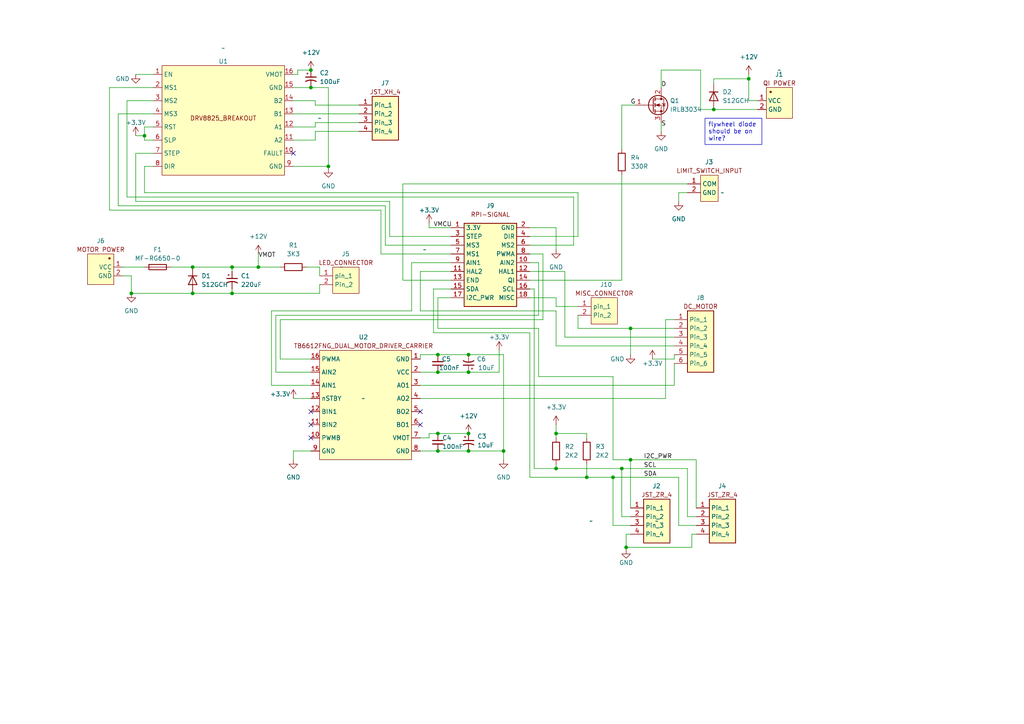
<source format=kicad_sch>
(kicad_sch (version 20230121) (generator eeschema)
  (paper "A4")
  (lib_symbols
    (symbol "1_Bachelors_Symbols:DRV8825_Stepper_Motor_Driver_Carrier"
      (property "Reference" "U" (at 0 17.78 0))
      (symbol "DRV8825_Stepper_Motor_Driver_Carrier_1_1"
        (rectangle (start -17.78 15.24) (end 17.78 -16.51) (fill (type background)))
        (text "DRV8825_BREAKOUT" (at 0 0 0) (effects (font (size 1.27 1.27))))
        (pin input line (at -20.32 12.7 0) (length 2.54) (name "EN") (number "1"))
        (pin input line (at 20.32 -10.16 180) (length 2.54) (name "FAULT") (number "10"))
        (pin input line (at 20.32 -6.35 180) (length 2.54) (name "A2") (number "11"))
        (pin input line (at 20.32 -2.54 180) (length 2.54) (name "A1") (number "12"))
        (pin input line (at 20.32 1.27 180) (length 2.54) (name "B1") (number "13"))
        (pin input line (at 20.32 5.08 180) (length 2.54) (name "B2") (number "14"))
        (pin power_in line (at 20.32 8.89 180) (length 2.54) (name "GND") (number "15"))
        (pin input line (at 20.32 12.7 180) (length 2.54) (name "VMOT") (number "16"))
        (pin input line (at -20.32 8.89 0) (length 2.54) (name "MS1") (number "2"))
        (pin input line (at -20.32 5.08 0) (length 2.54) (name "MS2") (number "3"))
        (pin input line (at -20.32 1.27 0) (length 2.54) (name "MS3") (number "4"))
        (pin input line (at -20.32 -2.54 0) (length 2.54) (name "RST") (number "5"))
        (pin input line (at -20.32 -6.35 0) (length 2.54) (name "SLP") (number "6"))
        (pin input line (at -20.32 -10.16 0) (length 2.54) (name "STEP") (number "7"))
        (pin input line (at -20.32 -13.97 0) (length 2.54) (name "DIR") (number "8"))
        (pin power_in line (at 20.32 -13.97 180) (length 2.54) (name "GND") (number "9"))
      )
    )
    (symbol "1_Bachelors_Symbols:JL129-50002G01"
      (property "Reference" "JP" (at 0 8.89 0))
      (symbol "JL129-50002G01_1_1"
        (rectangle (start -3.81 5.08) (end 3.81 -3.81) (fill (type background)))
        (circle (center 2.54 3.81) (radius 0.254) (fill (type outline)))
        (text "MOTOR POWER\n" (at 0 6.35 0) (effects (font (size 1.27 1.27))))
        (pin power_in line (at 6.35 1.27 180) (length 2.54) (name "VCC") (number "1"))
        (pin power_in line (at 6.35 -1.27 180) (length 2.54) (name "GND") (number "2"))
      )
    )
    (symbol "1_Bachelors_Symbols:JP5"
      (property "Reference" "J" (at 0 12.7 0))
      (symbol "JP5_1_1"
        (rectangle (start -3.81 8.89) (end 3.81 -8.89) (stroke (width 0.254)) (fill (type background)))
        (text "DC_MOTOR" (at 0 10.16 0) (effects (font (size 1.27 1.27))))
        (pin passive line (at -7.62 6.35 0) (length 3.81) (name "Pin_1") (number "1"))
        (pin passive line (at -7.62 3.81 0) (length 3.81) (name "Pin_2") (number "2"))
        (pin passive line (at -7.62 1.27 0) (length 3.81) (name "Pin_3") (number "3"))
        (pin passive line (at -7.62 -1.27 0) (length 3.81) (name "Pin_4") (number "4"))
        (pin passive line (at -7.62 -3.81 0) (length 3.81) (name "Pin_5") (number "5"))
        (pin passive line (at -7.62 -6.35 0) (length 3.81) (name "Pin_6") (number "6"))
      )
    )
    (symbol "1_Bachelors_Symbols:JST_VH_4"
      (property "Reference" "J" (at 0 10.16 0))
      (symbol "JST_VH_4_1_1"
        (rectangle (start -3.81 6.35) (end 3.81 -6.35) (stroke (width 0.254)) (fill (type background)))
        (text "JST_ZR_4\n" (at 0 7.62 0) (effects (font (size 1.27 1.27))))
        (pin passive line (at -7.62 3.81 0) (length 3.81) (name "Pin_1") (number "1"))
        (pin passive line (at -7.62 1.27 0) (length 3.81) (name "Pin_2") (number "2"))
        (pin passive line (at -7.62 -1.27 0) (length 3.81) (name "Pin_3") (number "3"))
        (pin passive line (at -7.62 -3.81 0) (length 3.81) (name "Pin_4") (number "4"))
      )
    )
    (symbol "1_Bachelors_Symbols:JST_XH_4"
      (property "Reference" "J" (at 0 10.16 0))
      (symbol "JST_XH_4_1_1"
        (rectangle (start -3.81 6.35) (end 3.81 -6.35) (stroke (width 0.254)) (fill (type background)))
        (text "JST_XH_4\n" (at 0 7.62 0) (effects (font (size 1.27 1.27))))
        (pin passive line (at -7.62 3.81 0) (length 3.81) (name "Pin_1") (number "1"))
        (pin passive line (at -7.62 1.27 0) (length 3.81) (name "Pin_2") (number "2"))
        (pin passive line (at -7.62 -1.27 0) (length 3.81) (name "Pin_3") (number "3"))
        (pin passive line (at -7.62 -3.81 0) (length 3.81) (name "Pin_4") (number "4"))
      )
    )
    (symbol "1_Bachelors_Symbols:Limit_switch_input"
      (property "Reference" "J" (at 0 7.62 0))
      (symbol "Limit_switch_input_1_1"
        (rectangle (start -2.54 3.81) (end 2.54 -3.81) (fill (type background)))
        (text "LIMIT_SWITCH_INPUT" (at 0 5.08 0) (effects (font (size 1.27 1.27))))
        (pin input line (at -6.35 1.27 0) (length 3.81) (name "COM") (number "1"))
        (pin power_in line (at -6.35 -1.27 0) (length 3.81) (name "GND") (number "2"))
      )
    )
    (symbol "1_Bachelors_Symbols:PH{colon}2.54MM 2*6P"
      (property "Reference" "J" (at 0 12.7 0))
      (symbol "PH{colon}2.54MM 2*6P_1_1"
        (rectangle (start -7.62 7.62) (end 7.62 -16.51) (stroke (width 0.254)) (fill (type background)))
        (text "RPI-SIGNAL" (at 0 10.16 0) (effects (font (size 1.27 1.27))))
        (pin power_in line (at -11.43 6.35 0) (length 3.81) (name "3.3V") (number "1"))
        (pin passive line (at 11.43 -3.81 180) (length 3.81) (name "AIN2") (number "10"))
        (pin passive line (at -11.43 -6.35 0) (length 3.81) (name "HAL2") (number "11"))
        (pin passive line (at 11.43 -6.35 180) (length 3.81) (name "HAL1") (number "12"))
        (pin passive line (at -11.43 -8.89 0) (length 3.81) (name "END") (number "13"))
        (pin passive line (at 11.43 -8.89 180) (length 3.81) (name "QI") (number "14"))
        (pin passive line (at -11.43 -11.43 0) (length 3.81) (name "SDA") (number "15"))
        (pin passive line (at 11.43 -11.43 180) (length 3.81) (name "SCL") (number "16"))
        (pin passive line (at -11.43 -13.97 0) (length 3.81) (name "I2C_PWR") (number "17"))
        (pin passive line (at 11.43 -13.97 180) (length 3.81) (name "MISC") (number "18"))
        (pin power_in line (at 11.43 6.35 180) (length 3.81) (name "GND") (number "2"))
        (pin passive line (at -11.43 3.81 0) (length 3.81) (name "STEP") (number "3"))
        (pin passive line (at 11.43 3.81 180) (length 3.81) (name "DIR") (number "4"))
        (pin passive line (at -11.43 1.27 0) (length 3.81) (name "MS3") (number "5"))
        (pin passive line (at 11.43 1.27 180) (length 3.81) (name "MS2") (number "6"))
        (pin passive line (at -11.43 -1.27 0) (length 3.81) (name "MS1") (number "7"))
        (pin passive line (at 11.43 -1.27 180) (length 3.81) (name "PWMA") (number "8"))
        (pin passive line (at -11.43 -3.81 0) (length 3.81) (name "AIN1") (number "9"))
      )
    )
    (symbol "1_Bachelors_Symbols:QI-POWER"
      (property "Reference" "J" (at 0 8.89 0))
      (symbol "QI-POWER_1_1"
        (rectangle (start -3.81 3.81) (end 3.81 -5.08) (fill (type background)))
        (circle (center 2.54 2.54) (radius 0.254) (fill (type outline)))
        (text "QI POWER\n" (at 0 5.08 0) (effects (font (size 1.27 1.27))))
        (pin power_in line (at 6.35 0 180) (length 2.54) (name "VCC") (number "1"))
        (pin power_in line (at 6.35 -2.54 180) (length 2.54) (name "GND") (number "2"))
      )
    )
    (symbol "1_Bachelors_Symbols:TB6612FNG_DUAL_MOTOR_DRIVER_CARRIER"
      (property "Reference" "U" (at 0 19.05 0))
      (symbol "TB6612FNG_DUAL_MOTOR_DRIVER_CARRIER_1_1"
        (rectangle (start -12.7 15.24) (end 13.97 -16.51) (fill (type background)))
        (text "TB6612FNG_DUAL_MOTOR_DRIVER_CARRIER" (at 0 16.51 0) (effects (font (size 1.27 1.27))))
        (pin power_in line (at 16.51 12.7 180) (length 2.54) (name "GND") (number "1"))
        (pin input line (at -15.24 -10.16 0) (length 2.54) (name "PWMB") (number "10"))
        (pin input line (at -15.24 -6.35 0) (length 2.54) (name "BIN2") (number "11"))
        (pin input line (at -15.24 -2.54 0) (length 2.54) (name "BIN1") (number "12"))
        (pin input line (at -15.24 1.27 0) (length 2.54) (name "nSTBY") (number "13"))
        (pin input line (at -15.24 5.08 0) (length 2.54) (name "AIN1") (number "14"))
        (pin input line (at -15.24 8.89 0) (length 2.54) (name "AIN2") (number "15"))
        (pin input line (at -15.24 12.7 0) (length 2.54) (name "PWMA") (number "16"))
        (pin power_in line (at 16.51 8.89 180) (length 2.54) (name "VCC") (number "2"))
        (pin input line (at 16.51 5.08 180) (length 2.54) (name "AO1") (number "3"))
        (pin input line (at 16.51 1.27 180) (length 2.54) (name "AO2") (number "4"))
        (pin input line (at 16.51 -2.54 180) (length 2.54) (name "BO2") (number "5"))
        (pin input line (at 16.51 -6.35 180) (length 2.54) (name "BO1") (number "6"))
        (pin power_in line (at 16.51 -10.16 180) (length 2.54) (name "VMOT") (number "7"))
        (pin power_in line (at 16.51 -13.97 180) (length 2.54) (name "GND") (number "8"))
        (pin power_in line (at -15.24 -13.97 0) (length 2.54) (name "GND") (number "9"))
      )
    )
    (symbol "1_bachelor_symbols:LED_Connector"
      (property "Reference" "J" (at 0 7.62 0))
      (symbol "LED_Connector_1_1"
        (rectangle (start -3.81 3.81) (end 3.81 -3.81) (fill (type background)))
        (text "LED_CONNECTOR" (at 0 5.08 0) (effects (font (size 1.27 1.27))))
        (pin passive line (at -7.62 1.27 0) (length 3.81) (name "pin_1") (number "1"))
        (pin passive line (at -7.62 -1.27 0) (length 3.81) (name "Pin_2") (number "2"))
      )
    )
    (symbol "1_bachelor_symbols:MISC_Connector"
      (property "Reference" "J" (at 0 7.62 0))
      (symbol "MISC_Connector_1_1"
        (rectangle (start -3.81 3.81) (end 3.81 -3.81) (fill (type background)))
        (text "MISC_CONNECTOR" (at 0 5.08 0) (effects (font (size 1.27 1.27))))
        (pin passive line (at -7.62 1.27 0) (length 3.81) (name "pin_1") (number "1"))
        (pin passive line (at -7.62 -1.27 0) (length 3.81) (name "Pin_2") (number "2"))
      )
    )
    (symbol "Device:C_Polarized_Small_US" (pin_numbers hide) (pin_names (offset 0.254) hide)
      (property "Reference" "C" (at 0.254 1.778 0))
      (property "Value" "C_Polarized_Small_US" (at 0.254 -2.032 0))
      (symbol "C_Polarized_Small_US_0_1"
        (polyline (pts (xy -1.524 0.508) (xy 1.524 0.508)) (stroke (width 0.3048)))
        (polyline (pts (xy -1.27 1.524) (xy -0.762 1.524)))
        (polyline (pts (xy -1.016 1.27) (xy -1.016 1.778)))
        (arc (start 1.524 -0.762) (mid 0 -0.3734) (end -1.524 -0.762) (stroke (width 0.3048)))
      )
      (symbol "C_Polarized_Small_US_1_1"
        (pin passive line (at 0 2.54 270) (length 2.032) (name "~") (number "1"))
        (pin passive line (at 0 -2.54 90) (length 2.032) (name "~") (number "2"))
      )
    )
    (symbol "Device:C_Small" (pin_numbers hide) (pin_names (offset 0.254) hide)
      (property "Reference" "C" (at 0.254 1.778 0))
      (property "Value" "C_Small" (at 0.254 -2.032 0))
      (symbol "C_Small_0_1"
        (polyline (pts (xy -1.524 -0.508) (xy 1.524 -0.508)) (stroke (width 0.3302)))
        (polyline (pts (xy -1.524 0.508) (xy 1.524 0.508)) (stroke (width 0.3048)))
      )
      (symbol "C_Small_1_1"
        (pin passive line (at 0 2.54 270) (length 2.032) (name "~") (number "1"))
        (pin passive line (at 0 -2.54 90) (length 2.032) (name "~") (number "2"))
      )
    )
    (symbol "Device:D" (pin_numbers hide) (pin_names (offset 1.016) hide)
      (property "Reference" "D" (at 0 2.54 0))
      (property "Value" "D" (at 0 -2.54 0))
      (symbol "D_0_1"
        (polyline (pts (xy -1.27 1.27) (xy -1.27 -1.27)) (stroke (width 0.254)))
        (polyline (pts (xy 1.27 0) (xy -1.27 0)))
        (polyline (pts (xy 1.27 1.27) (xy 1.27 -1.27) (xy -1.27 0) (xy 1.27 1.27)) (stroke (width 0.254)))
      )
      (symbol "D_1_1"
        (pin passive line (at -3.81 0 0) (length 2.54) (name "K") (number "1"))
        (pin passive line (at 3.81 0 180) (length 2.54) (name "A") (number "2"))
      )
    )
    (symbol "Device:Fuse" (pin_numbers hide) (pin_names (offset 0))
      (property "Reference" "F" (at 2.032 0 90))
      (property "Value" "Fuse" (at -1.905 0 90))
      (symbol "Fuse_0_1"
        (rectangle (start -0.762 -2.54) (end 0.762 2.54) (stroke (width 0.254)))
        (polyline (pts (xy 0 2.54) (xy 0 -2.54)))
      )
      (symbol "Fuse_1_1"
        (pin passive line (at 0 3.81 270) (length 1.27) (name "~") (number "1"))
        (pin passive line (at 0 -3.81 90) (length 1.27) (name "~") (number "2"))
      )
    )
    (symbol "Device:R" (pin_numbers hide) (pin_names (offset 0))
      (property "Reference" "R" (at 2.032 0 90))
      (property "Value" "R" (at 0 0 90))
      (symbol "R_0_1"
        (rectangle (start -1.016 -2.54) (end 1.016 2.54) (stroke (width 0.254)))
      )
      (symbol "R_1_1"
        (pin passive line (at 0 3.81 270) (length 1.27) (name "~") (number "1"))
        (pin passive line (at 0 -3.81 90) (length 1.27) (name "~") (number "2"))
      )
    )
    (symbol "Transistor_FET:IRF540N" (pin_names hide)
      (property "Reference" "Q" (at 5.08 1.905 0))
      (property "Value" "IRF540N" (at 5.08 0 0))
      (symbol "IRF540N_0_1"
        (polyline (pts (xy 0.254 0) (xy -2.54 0)))
        (polyline (pts (xy 0.254 1.905) (xy 0.254 -1.905)) (stroke (width 0.254)))
        (polyline (pts (xy 0.762 -1.27) (xy 0.762 -2.286)) (stroke (width 0.254)))
        (polyline (pts (xy 0.762 0.508) (xy 0.762 -0.508)) (stroke (width 0.254)))
        (polyline (pts (xy 0.762 2.286) (xy 0.762 1.27)) (stroke (width 0.254)))
        (polyline (pts (xy 2.54 2.54) (xy 2.54 1.778)))
        (polyline (pts (xy 2.54 -2.54) (xy 2.54 0) (xy 0.762 0)))
        (polyline (pts (xy 0.762 -1.778) (xy 3.302 -1.778) (xy 3.302 1.778) (xy 0.762 1.778)))
        (polyline (pts (xy 1.016 0) (xy 2.032 0.381) (xy 2.032 -0.381) (xy 1.016 0)) (fill (type outline)))
        (polyline (pts (xy 2.794 0.508) (xy 2.921 0.381) (xy 3.683 0.381) (xy 3.81 0.254)))
        (polyline (pts (xy 3.302 0.381) (xy 2.921 -0.254) (xy 3.683 -0.254) (xy 3.302 0.381)))
        (circle (center 1.651 0) (radius 2.794) (stroke (width 0.254)))
        (circle (center 2.54 -1.778) (radius 0.254) (fill (type outline)))
        (circle (center 2.54 1.778) (radius 0.254) (fill (type outline)))
      )
      (symbol "IRF540N_1_1"
        (pin input line (at -5.08 0 0) (length 2.54) (name "G") (number "1"))
        (pin passive line (at 2.54 5.08 270) (length 2.54) (name "D") (number "2"))
        (pin passive line (at 2.54 -5.08 90) (length 2.54) (name "S") (number "3"))
      )
    )
    (symbol "power:+12V" (power) (pin_names (offset 0))
      (property "Value" "+12V" (at 0 3.556 0))
      (symbol "+12V_0_1"
        (polyline (pts (xy -0.762 1.27) (xy 0 2.54)))
        (polyline (pts (xy 0 0) (xy 0 2.54)))
        (polyline (pts (xy 0 2.54) (xy 0.762 1.27)))
      )
      (symbol "+12V_1_1"
        (pin power_in line (at 0 0 90) (length 0) hide (name "+12V") (number "1"))
      )
    )
    (symbol "power:+3.3V" (power) (pin_names (offset 0))
      (property "Value" "+3.3V" (at 0 3.556 0))
      (symbol "+3.3V_0_1"
        (polyline (pts (xy -0.762 1.27) (xy 0 2.54)))
        (polyline (pts (xy 0 0) (xy 0 2.54)))
        (polyline (pts (xy 0 2.54) (xy 0.762 1.27)))
      )
      (symbol "+3.3V_1_1"
        (pin power_in line (at 0 0 90) (length 0) hide (name "+3.3V") (number "1"))
      )
    )
    (symbol "power:GND" (power) (pin_names (offset 0))
      (property "Value" "GND" (at 0 -3.81 0))
      (symbol "GND_0_1"
        (polyline (pts (xy 0 0) (xy 0 -1.27) (xy 1.27 -1.27) (xy 0 -2.54) (xy -1.27 -1.27) (xy 0 -1.27)))
      )
      (symbol "GND_1_1"
        (pin power_in line (at 0 0 270) (length 0) hide (name "GND") (number "1"))
      )
    )
  )
  (junction (at 127 102.87))
  (junction (at 161.29 125.73))
  (junction (at 55.88 77.47))
  (junction (at 74.93 77.47))
  (junction (at 127 107.95))
  (junction (at 146.05 130.81))
  (junction (at 135.89 125.73))
  (junction (at 217.17 22.86))
  (junction (at 90.17 25.4))
  (junction (at 182.88 95.25))
  (junction (at 95.25 48.26))
  (junction (at 177.8 138.43))
  (junction (at 180.34 135.89))
  (junction (at 90.17 20.32))
  (junction (at 135.89 130.81))
  (junction (at 41.91 39.37))
  (junction (at 55.88 85.09))
  (junction (at 135.89 107.95))
  (junction (at 135.89 102.87))
  (junction (at 170.18 138.43))
  (junction (at 181.61 158.75))
  (junction (at 182.88 133.35))
  (junction (at 127 125.73))
  (junction (at 207.01 31.75))
  (junction (at 67.31 85.09))
  (junction (at 161.29 135.89))
  (junction (at 127 130.81))
  (junction (at 67.31 77.47))
  (junction (at 38.1 85.09))
  (no_connect (at 85.09 44.45))
  (no_connect (at 90.17 119.38))
  (no_connect (at 121.92 119.38))
  (no_connect (at 121.92 123.19))
  (no_connect (at 90.17 123.19))
  (no_connect (at 90.17 127))
  (wire (pts (xy 144.78 101.6) (xy 144.78 107.95)))
  (wire (pts (xy 167.64 95.25) (xy 182.88 95.25)))
  (wire (pts (xy 31.75 25.4) (xy 44.45 25.4)))
  (wire (pts (xy 201.93 133.35) (xy 201.93 147.32)))
  (wire (pts (xy 121.92 130.81) (xy 127 130.81)))
  (wire (pts (xy 85.09 48.26) (xy 95.25 48.26)))
  (wire (pts (xy 127 86.36) (xy 130.81 86.36)))
  (wire (pts (xy 41.91 36.83) (xy 44.45 36.83)))
  (wire (pts (xy 85.09 25.4) (xy 90.17 25.4)))
  (wire (pts (xy 161.29 125.73) (xy 170.18 125.73)))
  (wire (pts (xy 170.18 138.43) (xy 177.8 138.43)))
  (wire (pts (xy 116.84 53.34) (xy 199.39 53.34)))
  (wire (pts (xy 127 95.25) (xy 156.21 95.25)))
  (wire (pts (xy 161.29 100.33) (xy 161.29 90.17)))
  (wire (pts (xy 67.31 77.47) (xy 74.93 77.47)))
  (wire (pts (xy 180.34 149.86) (xy 180.34 135.89)))
  (wire (pts (xy 163.83 78.74) (xy 153.67 78.74)))
  (wire (pts (xy 182.88 149.86) (xy 180.34 149.86)))
  (wire (pts (xy 104.14 38.1) (xy 91.44 38.1)))
  (wire (pts (xy 203.2 31.75) (xy 207.01 31.75)))
  (wire (pts (xy 39.37 39.37) (xy 41.91 39.37)))
  (wire (pts (xy 127 102.87) (xy 135.89 102.87)))
  (wire (pts (xy 111.76 71.12) (xy 130.81 71.12)))
  (wire (pts (xy 182.88 133.35) (xy 182.88 147.32)))
  (wire (pts (xy 177.8 133.35) (xy 182.88 133.35)))
  (wire (pts (xy 119.38 76.2) (xy 130.81 76.2)))
  (wire (pts (xy 200.66 154.94) (xy 200.66 158.75)))
  (wire (pts (xy 39.37 44.45) (xy 39.37 58.42)))
  (wire (pts (xy 127 107.95) (xy 135.89 107.95)))
  (wire (pts (xy 86.36 20.32) (xy 86.36 21.59)))
  (wire (pts (xy 121.92 78.74) (xy 130.81 78.74)))
  (wire (pts (xy 121.92 127) (xy 124.46 127)))
  (wire (pts (xy 144.78 107.95) (xy 135.89 107.95)))
  (wire (pts (xy 116.84 81.28) (xy 130.81 81.28)))
  (wire (pts (xy 180.34 81.28) (xy 153.67 81.28)))
  (wire (pts (xy 41.91 48.26) (xy 41.91 55.88)))
  (wire (pts (xy 157.48 92.71) (xy 81.28 92.71)))
  (wire (pts (xy 31.75 60.96) (xy 31.75 25.4)))
  (wire (pts (xy 177.8 109.22) (xy 177.8 133.35)))
  (wire (pts (xy 191.77 20.32) (xy 191.77 25.4)))
  (wire (pts (xy 154.94 135.89) (xy 161.29 135.89)))
  (wire (pts (xy 219.71 29.21) (xy 217.17 29.21)))
  (wire (pts (xy 196.85 152.4) (xy 201.93 152.4)))
  (wire (pts (xy 125.73 96.52) (xy 153.67 96.52)))
  (wire (pts (xy 217.17 21.59) (xy 217.17 22.86)))
  (wire (pts (xy 166.37 57.15) (xy 166.37 71.12)))
  (wire (pts (xy 161.29 90.17) (xy 121.92 90.17)))
  (wire (pts (xy 167.64 91.44) (xy 167.64 95.25)))
  (wire (pts (xy 91.44 36.83) (xy 85.09 36.83)))
  (wire (pts (xy 181.61 159.385) (xy 181.61 158.75)))
  (wire (pts (xy 177.8 152.4) (xy 177.8 138.43)))
  (wire (pts (xy 196.85 55.88) (xy 196.85 58.42)))
  (wire (pts (xy 38.1 80.01) (xy 35.56 80.01)))
  (wire (pts (xy 217.17 29.21) (xy 217.17 22.86)))
  (wire (pts (xy 34.29 33.02) (xy 34.29 59.69)))
  (wire (pts (xy 95.25 48.895) (xy 95.25 48.26)))
  (wire (pts (xy 88.9 77.47) (xy 92.71 77.47)))
  (wire (pts (xy 130.81 68.58) (xy 113.03 68.58)))
  (wire (pts (xy 182.88 95.25) (xy 195.58 95.25)))
  (wire (pts (xy 92.71 82.55) (xy 92.71 85.09)))
  (wire (pts (xy 207.01 22.86) (xy 207.01 24.13)))
  (wire (pts (xy 81.28 104.14) (xy 90.17 104.14)))
  (wire (pts (xy 154.94 83.82) (xy 153.67 83.82)))
  (wire (pts (xy 44.45 29.21) (xy 36.83 29.21)))
  (wire (pts (xy 85.09 130.81) (xy 90.17 130.81)))
  (wire (pts (xy 153.67 96.52) (xy 153.67 138.43)))
  (wire (pts (xy 177.8 138.43) (xy 196.85 138.43)))
  (wire (pts (xy 184.15 30.48) (xy 180.34 30.48)))
  (wire (pts (xy 80.01 91.44) (xy 80.01 107.95)))
  (wire (pts (xy 116.84 81.28) (xy 116.84 53.34)))
  (wire (pts (xy 67.31 85.09) (xy 92.71 85.09)))
  (wire (pts (xy 135.89 102.87) (xy 146.05 102.87)))
  (wire (pts (xy 180.34 50.8) (xy 180.34 81.28)))
  (wire (pts (xy 161.29 86.36) (xy 161.29 88.9)))
  (wire (pts (xy 95.25 25.4) (xy 90.17 25.4)))
  (wire (pts (xy 195.58 92.71) (xy 193.04 92.71)))
  (wire (pts (xy 181.61 154.94) (xy 182.88 154.94)))
  (wire (pts (xy 119.38 90.17) (xy 119.38 76.2)))
  (wire (pts (xy 195.58 100.33) (xy 161.29 100.33)))
  (wire (pts (xy 49.53 77.47) (xy 55.88 77.47)))
  (wire (pts (xy 201.93 149.86) (xy 199.39 149.86)))
  (wire (pts (xy 95.25 25.4) (xy 95.25 48.26)))
  (wire (pts (xy 38.1 85.09) (xy 55.88 85.09)))
  (wire (pts (xy 113.03 58.42) (xy 39.37 58.42)))
  (wire (pts (xy 203.2 20.32) (xy 191.77 20.32)))
  (wire (pts (xy 41.91 40.64) (xy 41.91 39.37)))
  (wire (pts (xy 161.29 127) (xy 161.29 125.73)))
  (wire (pts (xy 167.64 68.58) (xy 167.64 55.88)))
  (wire (pts (xy 195.58 105.41) (xy 195.58 111.76)))
  (wire (pts (xy 36.83 29.21) (xy 36.83 57.15)))
  (wire (pts (xy 110.49 73.66) (xy 110.49 60.96)))
  (wire (pts (xy 153.67 68.58) (xy 167.64 68.58)))
  (wire (pts (xy 153.67 66.04) (xy 161.29 66.04)))
  (wire (pts (xy 92.71 77.47) (xy 92.71 80.01)))
  (wire (pts (xy 153.67 138.43) (xy 170.18 138.43)))
  (wire (pts (xy 81.28 92.71) (xy 81.28 104.14)))
  (wire (pts (xy 130.81 73.66) (xy 110.49 73.66)))
  (wire (pts (xy 195.58 104.14) (xy 195.58 102.87)))
  (wire (pts (xy 125.73 83.82) (xy 130.81 83.82)))
  (wire (pts (xy 170.18 127) (xy 170.18 125.73)))
  (wire (pts (xy 146.05 133.35) (xy 146.05 130.81)))
  (wire (pts (xy 38.1 85.09) (xy 38.1 80.01)))
  (wire (pts (xy 91.44 29.21) (xy 85.09 29.21)))
  (wire (pts (xy 124.46 125.73) (xy 127 125.73)))
  (wire (pts (xy 199.39 149.86) (xy 199.39 135.89)))
  (wire (pts (xy 182.88 133.35) (xy 201.93 133.35)))
  (wire (pts (xy 193.04 115.57) (xy 121.92 115.57)))
  (wire (pts (xy 121.92 102.87) (xy 127 102.87)))
  (wire (pts (xy 156.21 109.22) (xy 177.8 109.22)))
  (wire (pts (xy 127 130.81) (xy 135.89 130.81)))
  (wire (pts (xy 34.29 59.69) (xy 111.76 59.69)))
  (wire (pts (xy 167.64 55.88) (xy 41.91 55.88)))
  (wire (pts (xy 130.81 66.04) (xy 124.46 66.04)))
  (wire (pts (xy 91.44 40.64) (xy 85.09 40.64)))
  (wire (pts (xy 193.04 92.71) (xy 193.04 115.57)))
  (wire (pts (xy 146.05 102.87) (xy 146.05 130.81)))
  (wire (pts (xy 154.94 83.82) (xy 154.94 135.89)))
  (wire (pts (xy 207.01 31.75) (xy 219.71 31.75)))
  (wire (pts (xy 104.14 30.48) (xy 91.44 30.48)))
  (wire (pts (xy 91.44 30.48) (xy 91.44 29.21)))
  (wire (pts (xy 182.88 152.4) (xy 177.8 152.4)))
  (wire (pts (xy 113.03 68.58) (xy 113.03 58.42)))
  (wire (pts (xy 39.37 21.59) (xy 44.45 21.59)))
  (wire (pts (xy 124.46 66.04) (xy 124.46 64.77)))
  (wire (pts (xy 203.2 31.75) (xy 203.2 20.32)))
  (wire (pts (xy 121.92 104.14) (xy 121.92 102.87)))
  (wire (pts (xy 195.58 111.76) (xy 121.92 111.76)))
  (wire (pts (xy 207.01 22.86) (xy 217.17 22.86)))
  (wire (pts (xy 67.31 77.47) (xy 67.31 78.74)))
  (wire (pts (xy 156.21 95.25) (xy 156.21 109.22)))
  (wire (pts (xy 163.83 97.79) (xy 163.83 78.74)))
  (wire (pts (xy 121.92 107.95) (xy 127 107.95)))
  (wire (pts (xy 78.74 111.76) (xy 78.74 90.17)))
  (wire (pts (xy 85.09 115.57) (xy 90.17 115.57)))
  (wire (pts (xy 90.17 111.76) (xy 78.74 111.76)))
  (wire (pts (xy 181.61 158.75) (xy 181.61 154.94)))
  (wire (pts (xy 36.83 57.15) (xy 166.37 57.15)))
  (wire (pts (xy 153.67 71.12) (xy 166.37 71.12)))
  (wire (pts (xy 121.92 78.74) (xy 121.92 90.17)))
  (wire (pts (xy 196.85 55.88) (xy 199.39 55.88)))
  (wire (pts (xy 196.85 138.43) (xy 196.85 152.4)))
  (wire (pts (xy 124.46 127) (xy 124.46 125.73)))
  (wire (pts (xy 91.44 35.56) (xy 91.44 36.83)))
  (wire (pts (xy 55.88 85.09) (xy 67.31 85.09)))
  (wire (pts (xy 156.21 91.44) (xy 80.01 91.44)))
  (wire (pts (xy 182.88 95.25) (xy 182.88 102.87)))
  (wire (pts (xy 170.18 134.62) (xy 170.18 138.43)))
  (wire (pts (xy 161.29 123.19) (xy 161.29 125.73)))
  (wire (pts (xy 157.48 73.66) (xy 157.48 92.71)))
  (wire (pts (xy 85.09 33.02) (xy 104.14 33.02)))
  (wire (pts (xy 161.29 135.89) (xy 180.34 135.89)))
  (wire (pts (xy 80.01 107.95) (xy 90.17 107.95)))
  (wire (pts (xy 199.39 135.89) (xy 180.34 135.89)))
  (wire (pts (xy 127 86.36) (xy 127 95.25)))
  (wire (pts (xy 35.56 77.47) (xy 41.91 77.47)))
  (wire (pts (xy 153.67 76.2) (xy 156.21 76.2)))
  (wire (pts (xy 55.88 77.47) (xy 67.31 77.47)))
  (wire (pts (xy 161.29 134.62) (xy 161.29 135.89)))
  (wire (pts (xy 181.61 158.75) (xy 200.66 158.75)))
  (wire (pts (xy 153.67 73.66) (xy 157.48 73.66)))
  (wire (pts (xy 127 125.73) (xy 135.89 125.73)))
  (wire (pts (xy 153.67 86.36) (xy 161.29 86.36)))
  (wire (pts (xy 67.31 83.82) (xy 67.31 85.09)))
  (wire (pts (xy 189.23 104.14) (xy 195.58 104.14)))
  (wire (pts (xy 156.21 76.2) (xy 156.21 91.44)))
  (wire (pts (xy 44.45 33.02) (xy 34.29 33.02)))
  (wire (pts (xy 191.77 35.56) (xy 191.77 38.1)))
  (wire (pts (xy 161.29 66.04) (xy 161.29 72.39)))
  (wire (pts (xy 74.93 77.47) (xy 81.28 77.47)))
  (wire (pts (xy 90.17 20.32) (xy 86.36 20.32)))
  (wire (pts (xy 200.66 154.94) (xy 201.93 154.94)))
  (wire (pts (xy 180.34 30.48) (xy 180.34 43.18)))
  (wire (pts (xy 78.74 90.17) (xy 119.38 90.17)))
  (wire (pts (xy 44.45 40.64) (xy 41.91 40.64)))
  (wire (pts (xy 195.58 97.79) (xy 163.83 97.79)))
  (wire (pts (xy 110.49 60.96) (xy 31.75 60.96)))
  (wire (pts (xy 39.37 44.45) (xy 44.45 44.45)))
  (wire (pts (xy 111.76 59.69) (xy 111.76 71.12)))
  (wire (pts (xy 161.29 88.9) (xy 167.64 88.9)))
  (wire (pts (xy 125.73 83.82) (xy 125.73 96.52)))
  (wire (pts (xy 41.91 39.37) (xy 41.91 36.83)))
  (wire (pts (xy 85.09 21.59) (xy 86.36 21.59)))
  (wire (pts (xy 74.93 73.66) (xy 74.93 77.47)))
  (wire (pts (xy 104.14 35.56) (xy 91.44 35.56)))
  (wire (pts (xy 91.44 38.1) (xy 91.44 40.64)))
  (wire (pts (xy 85.09 133.35) (xy 85.09 130.81)))
  (wire (pts (xy 135.89 130.81) (xy 146.05 130.81)))
  (wire (pts (xy 41.91 48.26) (xy 44.45 48.26)))
  (text_box "flywheel diode\nshould be on wire?" (at 204.47 34.29 0) (size 16.51 7.62) (effects (font (size 1.27 1.27)) (justify left top)))
  (label "I2C_PWR" (at 186.69 133.35 0))
  (label "D" (at 191.77 25.4 0))
  (label "SDA" (at 186.69 138.43 0))
  (label "SCL" (at 186.69 135.89 0))
  (label "G" (at 182.88 30.48 0))
  (label "VMCU" (at 125.73 66.04 0))
  (label "S" (at 191.77 36.83 0))
  (label "VMOT" (at 74.93 74.93 0))
  (symbol (lib_id "power:+3.3V") (at 189.23 104.14 0) (unit 1)
    (property "Reference" "#PWR016" (effects hide))
    (property "Value" "+3.3V" (at 189.23 105.41 0))
  )
  (symbol (lib_id "1_Bachelors_Symbols:JL129-50002G01") (at 29.21 78.74 0) (unit 1)
    (property "Reference" "J6" (at 29.21 69.85 0))
    (property "Value" "~" (at 31.75 78.74 0))
    (property "Footprint" "2_Bachelors_footprints:LP127" (effects hide))
  )
  (symbol (lib_id "power:GND") (at 191.77 38.1 0) (unit 1)
    (property "Reference" "#PWR07" (effects hide))
    (property "Value" "GND" (at 191.77 43.18 0))
  )
  (symbol (lib_id "Device:C_Polarized_Small_US") (at 135.89 128.27 0) (unit 1)
    (property "Reference" "C3" (at 138.43 126.5682 0) (effects (justify left)))
    (property "Value" "10uF" (at 138.43 129.1082 0) (effects (justify left)))
    (property "Footprint" "Capacitor_SMD:CP_Elec_6.3x4.5" (effects hide))
  )
  (symbol (lib_id "power:GND") (at 161.29 72.39 0) (unit 1)
    (property "Reference" "#PWR03" (effects hide))
    (property "Value" "GND" (at 161.29 77.47 0))
  )
  (symbol (lib_id "Transistor_FET:IRF540N") (at 189.23 30.48 0) (unit 1)
    (property "Reference" "Q1" (at 194.31 29.21 0) (effects (justify left)))
    (property "Value" "IRLB3034" (at 194.31 31.75 0) (effects (justify left)))
    (property "Footprint" "2_Bachelors_footprints:IRF520N" (effects hide))
    (property "Datasheet" "http://www.irf.com/product-info/datasheets/data/irf540n.pdf" (effects hide))
  )
  (symbol (lib_id "Device:C_Polarized_Small_US") (at 135.89 105.41 180) (unit 1)
    (property "Reference" "C6" (at 140.97 104.14 0) (effects (justify left)))
    (property "Value" "10uF" (at 143.51 106.68 0) (effects (justify left)))
    (property "Footprint" "Capacitor_SMD:CP_Elec_6.3x4.5" (effects hide))
  )
  (symbol (lib_id "Device:R") (at 161.29 130.81 0) (unit 1)
    (property "Reference" "R2" (at 163.83 129.54 0) (effects (justify left)))
    (property "Value" "2K2" (at 163.83 132.08 0) (effects (justify left)))
    (property "Footprint" "Resistor_SMD:R_1210_3225Metric_Pad1.30x2.65mm_HandSolder" (effects hide))
  )
  (symbol (lib_id "1_Bachelors_Symbols:JST_VH_4") (at 190.5 151.13 0) (unit 1)
    (property "Reference" "J2" (at 189.23 140.97 0) (effects (justify left)))
    (property "Value" "~" (at 171.45 151.13 0))
    (property "Footprint" "2_Bachelors_footprints:CONN_B4B-ZRLFSN_JST" (effects hide))
  )
  (symbol (lib_id "power:GND") (at 146.05 133.35 0) (unit 1)
    (property "Reference" "#PWR05" (effects hide))
    (property "Value" "GND" (at 146.05 138.43 0))
  )
  (symbol (lib_id "power:+12V") (at 90.17 20.32 0) (unit 1)
    (property "Reference" "#PWR02" (effects hide))
    (property "Value" "+12V" (at 90.17 15.24 0))
  )
  (symbol (lib_id "power:+3.3V") (at 39.37 39.37 0) (unit 1)
    (property "Reference" "#PWR014" (effects hide))
    (property "Value" "+3.3V" (at 39.37 35.56 0))
  )
  (symbol (lib_id "power:GND") (at 85.09 133.35 0) (unit 1)
    (property "Reference" "#PWR06" (effects hide))
    (property "Value" "GND" (at 85.09 138.43 0))
  )
  (symbol (lib_id "power:GND") (at 38.1 85.09 0) (unit 1)
    (property "Reference" "#PWR01" (effects hide))
    (property "Value" "GND" (at 38.1 90.17 0))
  )
  (symbol (lib_id "power:+12V") (at 135.89 125.73 0) (unit 1)
    (property "Reference" "#PWR018" (effects hide))
    (property "Value" "+12V" (at 135.89 120.65 0))
  )
  (symbol (lib_id "Device:D") (at 207.01 27.94 270) (unit 1)
    (property "Reference" "D2" (at 209.55 26.67 90) (effects (justify left)))
    (property "Value" "S12GCH" (at 209.55 29.21 90) (effects (justify left)))
    (property "Footprint" "2_Bachelors_footprints:S12GCH" (effects hide))
    (property "Sim.Device" "D" (effects hide))
    (property "Sim.Pins" "1=K 2=A" (effects hide))
  )
  (symbol (lib_id "Device:C_Small") (at 127 128.27 0) (unit 1)
    (property "Reference" "C4" (at 128.27 127 0) (effects (justify left)))
    (property "Value" "100nF" (at 128.27 129.54 0) (effects (justify left)))
    (property "Footprint" "Capacitor_SMD:C_1210_3225Metric_Pad1.33x2.70mm_HandSolder" (effects hide))
  )
  (symbol (lib_id "Device:R") (at 85.09 77.47 90) (unit 1)
    (property "Reference" "R1" (at 85.09 71.12 90))
    (property "Value" "3K3" (at 85.09 73.66 90))
    (property "Footprint" "Resistor_SMD:R_2512_6332Metric_Pad1.40x3.35mm_HandSolder" (effects hide))
  )
  (symbol (lib_id "Device:C_Polarized_Small_US") (at 90.17 22.86 0) (unit 1)
    (property "Reference" "C2" (at 92.71 21.1582 0) (effects (justify left)))
    (property "Value" "100uF" (at 92.71 23.6982 0) (effects (justify left)))
    (property "Footprint" "Capacitor_SMD:CP_Elec_10x10.5" (effects hide))
  )
  (symbol (lib_id "1_Bachelors_Symbols:JP5") (at 203.2 99.06 0) (unit 1)
    (property "Reference" "J8" (at 201.93 86.36 0) (effects (justify left)))
    (property "Value" "~" (at 204.47 100.33 0))
    (property "Footprint" "2_Bachelors_footprints:CONN_B6B_VH_JST" (effects hide))
  )
  (symbol (lib_id "1_Bachelors_Symbols:JST_VH_4") (at 209.55 151.13 0) (unit 1)
    (property "Reference" "J4" (at 208.28 140.97 0) (effects (justify left)))
    (property "Value" "~" (at 190.5 151.13 0))
    (property "Footprint" "2_Bachelors_footprints:CONN_B4B-ZRLFSN_JST" (effects hide))
  )
  (symbol (lib_id "power:GND") (at 181.61 159.385 0) (unit 1)
    (property "Reference" "#PWR022" (effects hide))
    (property "Value" "GND" (at 181.61 163.195 0))
  )
  (symbol (lib_id "Device:R") (at 180.34 46.99 180) (unit 1)
    (property "Reference" "R4" (at 182.88 45.72 0) (effects (justify right)))
    (property "Value" "330R" (at 182.88 48.26 0) (effects (justify right)))
    (property "Footprint" "Resistor_SMD:R_1210_3225Metric_Pad1.30x2.65mm_HandSolder" (effects hide))
  )
  (symbol (lib_id "power:GND") (at 95.25 48.895 0) (unit 1)
    (property "Reference" "#PWR04" (effects hide))
    (property "Value" "GND" (at 95.25 53.975 0))
  )
  (symbol (lib_id "power:GND") (at 196.85 58.42 0) (unit 1)
    (property "Reference" "#PWR010" (effects hide))
    (property "Value" "GND" (at 196.85 63.5 0))
  )
  (symbol (lib_id "power:+3.3V") (at 124.46 64.77 0) (unit 1)
    (property "Reference" "#PWR012" (effects hide))
    (property "Value" "+3.3V" (at 124.46 60.96 0))
  )
  (symbol (lib_id "power:+12V") (at 74.93 73.66 0) (unit 1)
    (property "Reference" "#PWR017" (effects hide))
    (property "Value" "+12V" (at 74.93 68.58 0))
  )
  (symbol (lib_id "Device:D") (at 55.88 81.28 270) (unit 1)
    (property "Reference" "D1" (at 58.42 80.01 90) (effects (justify left)))
    (property "Value" "S12GCH" (at 58.42 82.55 90) (effects (justify left)))
    (property "Footprint" "2_Bachelors_footprints:S12GCH" (effects hide))
    (property "Sim.Device" "D" (effects hide))
    (property "Sim.Pins" "1=K 2=A" (effects hide))
  )
  (symbol (lib_id "power:+3.3V") (at 144.78 101.6 0) (unit 1)
    (property "Reference" "#PWR013" (effects hide))
    (property "Value" "+3.3V" (at 144.78 97.79 0))
  )
  (symbol (lib_id "power:+3.3V") (at 161.29 123.19 0) (unit 1)
    (property "Reference" "#PWR021" (effects hide))
    (property "Value" "+3.3V" (at 161.29 118.11 0))
  )
  (symbol (lib_id "Device:C_Small") (at 127 105.41 180) (unit 1)
    (property "Reference" "C5" (at 130.81 104.14 0) (effects (justify left)))
    (property "Value" "100nF" (at 133.35 106.68 0) (effects (justify left)))
    (property "Footprint" "Capacitor_SMD:C_1210_3225Metric_Pad1.33x2.70mm_HandSolder" (effects hide))
  )
  (symbol (lib_id "1_Bachelors_Symbols:Limit_switch_input") (at 205.74 54.61 0) (unit 1)
    (property "Reference" "J3" (at 204.47 46.99 0) (effects (justify left)))
    (property "Value" "~" (at 209.55 55.88 0))
    (property "Footprint" "2_Bachelors_footprints:CONN_B2B-ZRLFSN_JST" (effects hide))
  )
  (symbol (lib_id "1_Bachelors_Symbols:TB6612FNG_DUAL_MOTOR_DRIVER_CARRIER") (at 105.41 116.84 0) (unit 1)
    (property "Reference" "U2" (at 105.41 97.79 0))
    (property "Value" "~" (at 105.41 115.57 0))
    (property "Footprint" "Module:Pololu_Breakout-16_15.2x20.3mm" (effects hide))
  )
  (symbol (lib_id "1_Bachelors_Symbols:QI-POWER") (at 226.06 29.21 0) (mirror y) (unit 1)
    (property "Reference" "J1" (at 224.79 21.59 0) (effects (justify right)))
    (property "Value" "~" (at 226.06 20.32 0))
    (property "Footprint" "2_Bachelors_footprints:conn2_1-1123723-2_TEC" (effects hide))
  )
  (symbol (lib_id "Device:R") (at 170.18 130.81 0) (unit 1)
    (property "Reference" "R3" (at 172.72 129.54 0) (effects (justify left)))
    (property "Value" "2K2" (at 172.72 132.08 0) (effects (justify left)))
    (property "Footprint" "Resistor_SMD:R_1210_3225Metric_Pad1.30x2.65mm_HandSolder" (effects hide))
  )
  (symbol (lib_id "1_bachelor_symbols:MISC_Connector") (at 175.26 90.17 0) (unit 1)
    (property "Reference" "J10" (at 173.99 82.55 0) (effects (justify left)))
    (property "Value" "~" (at 173.99 86.36 0))
  )
  (symbol (lib_id "1_Bachelors_Symbols:DRV8825_Stepper_Motor_Driver_Carrier") (at 64.77 34.29 0) (unit 1)
    (property "Reference" "U1" (at 64.77 17.78 0))
    (property "Value" "~" (at 64.77 13.97 0))
    (property "Footprint" "Module:Pololu_Breakout-16_15.2x20.3mm" (effects hide))
  )
  (symbol (lib_id "Device:C_Polarized_Small_US") (at 67.31 81.28 0) (unit 1)
    (property "Reference" "C1" (at 69.85 80.01 0) (effects (justify left)))
    (property "Value" "220uF" (at 69.85 82.55 0) (effects (justify left)))
    (property "Footprint" "Capacitor_SMD:CP_Elec_10x10.5" (effects hide))
  )
  (symbol (lib_id "power:+3.3V") (at 85.09 115.57 0) (unit 1)
    (property "Reference" "#PWR015" (effects hide))
    (property "Value" "+3.3V" (at 81.28 114.3 0))
  )
  (symbol (lib_id "power:GND") (at 39.37 21.59 0) (unit 1)
    (property "Reference" "#PWR09" (effects hide))
    (property "Value" "GND" (at 35.56 22.86 0))
  )
  (symbol (lib_id "1_Bachelors_Symbols:JST_XH_4") (at 111.76 34.29 0) (unit 1)
    (property "Reference" "J7" (at 110.49 24.13 0) (effects (justify left)))
    (property "Value" "~" (at 92.71 34.29 0))
    (property "Footprint" "2_Bachelors_footprints:CONN_B4P-VH_JST" (effects hide))
  )
  (symbol (lib_id "Device:Fuse") (at 45.72 77.47 90) (unit 1)
    (property "Reference" "F1" (at 45.72 72.39 90))
    (property "Value" "MF-RG650-0\n" (at 45.72 74.93 90))
    (property "Footprint" "Fuse:Fuse_Bourns_MF-RG650" (effects hide))
  )
  (symbol (lib_id "1_bachelor_symbols:LED_Connector") (at 100.33 81.28 0) (unit 1)
    (property "Reference" "J5" (at 99.06 73.66 0) (effects (justify left)))
    (property "Value" "~" (at 99.06 77.47 0))
    (property "Footprint" "Connector_PinSocket_2.54mm:PinSocket_1x02_P2.54mm_Vertical" (effects hide))
  )
  (symbol (lib_id "power:GND") (at 182.88 102.87 0) (unit 1)
    (property "Reference" "#PWR08" (effects hide))
    (property "Value" "GND" (at 179.07 104.14 0))
  )
  (symbol (lib_id "power:+12V") (at 217.17 21.59 0) (unit 1)
    (property "Reference" "#PWR011" (effects hide))
    (property "Value" "+12V" (at 217.17 16.51 0))
  )
  (symbol (lib_id "1_Bachelors_Symbols:PH{colon}2.54MM 2*6P") (at 142.24 72.39 0) (unit 1)
    (property "Reference" "J9" (at 142.24 59.69 0))
    (property "Value" "~" (at 123.19 72.39 0))
    (property "Footprint" "Connector_JST:JST_PHD_B16B-PHDSS_2x08_P2.00mm_Vertical" (effects hide))
  )
)
</source>
